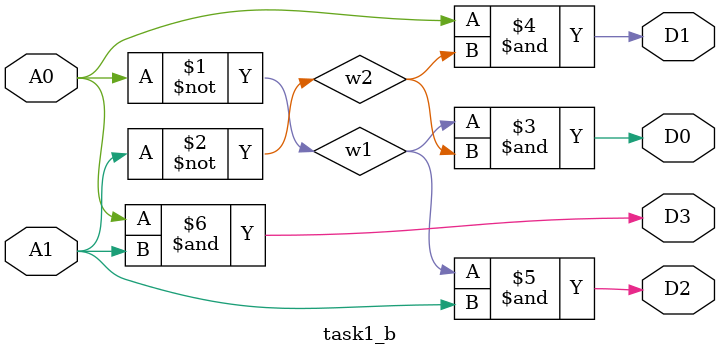
<source format=v>
`timescale 1ns / 1ps


module task1_b(

    input A0,
    input A1,
    output D0,
    output D1,
    output D2,
    output D3
    );
    wire w1, w2;
    
    assign #5 w1 = ~A0;
    assign w2 = ~A1;
    assign #6 D0 = w1 & w2;
    assign D1 = A0 & w2;
    assign D2 =  w1 & A1;
    assign D3 = A0 & A1;
    
endmodule

</source>
